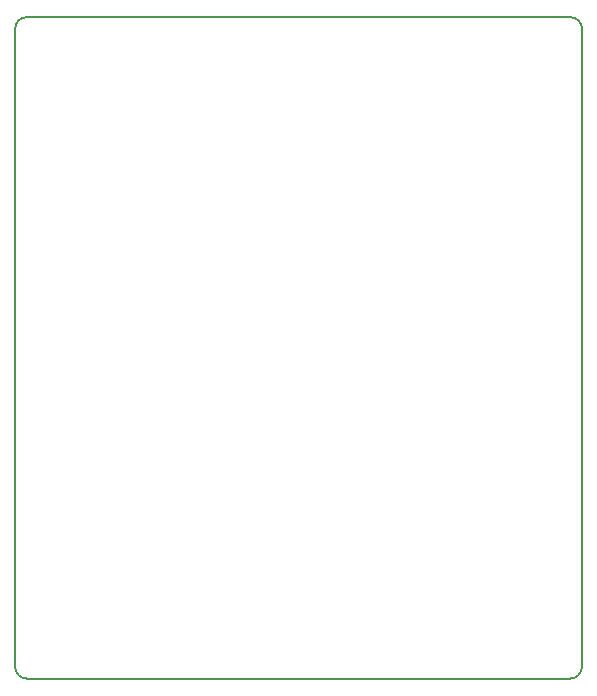
<source format=gm1>
G04 #@! TF.FileFunction,Profile,NP*
%FSLAX46Y46*%
G04 Gerber Fmt 4.6, Leading zero omitted, Abs format (unit mm)*
G04 Created by KiCad (PCBNEW (2016-11-21 revision f7cc0a9)-makepkg) date 06/05/17 10:20:10*
%MOMM*%
%LPD*%
G01*
G04 APERTURE LIST*
%ADD10C,0.100000*%
%ADD11C,0.150000*%
G04 APERTURE END LIST*
D10*
D11*
X148000000Y-51000000D02*
G75*
G03X147000000Y-50000000I-1000000J0D01*
G01*
X148000000Y-105000000D02*
G75*
G02X147000000Y-106000000I-1000000J0D01*
G01*
X101000000Y-106000000D02*
G75*
G02X100000000Y-105000000I0J1000000D01*
G01*
X100000000Y-51000000D02*
G75*
G02X101000000Y-50000000I1000000J0D01*
G01*
X147000000Y-50000000D02*
X101000000Y-50000000D01*
X148000000Y-105000000D02*
X148000000Y-51000000D01*
X101000000Y-106000000D02*
X147000000Y-106000000D01*
X100000000Y-51000000D02*
X100000000Y-105000000D01*
M02*

</source>
